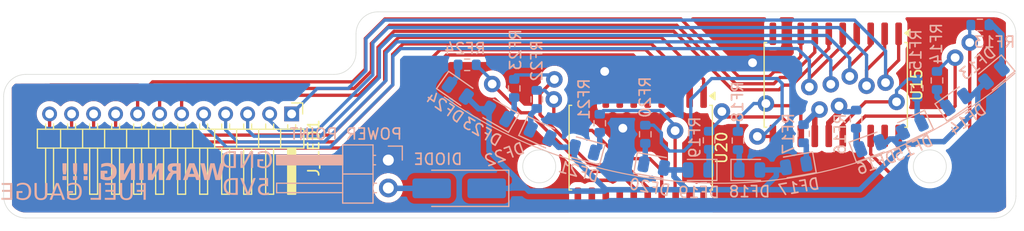
<source format=kicad_pcb>
(kicad_pcb (version 20241229) (generator "pcbnew") (generator_version "9.0")
  (layers (0 "F.Cu" signal) (2 "B.Cu" signal) (13 "F.Paste" user) (15 "B.Paste" user) (5 "F.SilkS" user "F.Silkscreen") (7 "B.SilkS" user "B.Silkscreen") (1 "F.Mask" user) (3 "B.Mask" user) (25 "Edge.Cuts" user))
  (net 0 "")
  (net 1 "GND")
  (net 2 "+5VD")
  (net 3 "Net-(DF13-K)")
  (net 4 "Net-(DF14-K)")
  (net 5 "Net-(DF15-K)")
  (net 6 "Net-(DF16-K)")
  (net 7 "Net-(DF17-K)")
  (net 8 "Net-(DF18-K)")
  (net 9 "Net-(DF19-K)")
  (net 10 "Net-(DF20-K)")
  (net 11 "Net-(DF21-K)")
  (net 12 "Net-(DF22-K)")
  (net 13 "Net-(DF23-K)")
  (net 14 "Net-(DF24-K)")
  (net 15 "Net-(U15-O1)")
  (net 16 "Net-(U15-O2)")
  (net 17 "Net-(U15-O3)")
  (net 18 "Net-(U15-O4)")
  (net 19 "Net-(U15-O5)")
  (net 20 "Net-(U15-O6)")
  (net 21 "Net-(U15-O7)")
  (net 22 "Net-(U15-O8)")
  (net 23 "Net-(U20-O1)")
  (net 24 "Net-(U20-O2)")
  (net 25 "Net-(U20-O3)")
  (net 26 "Net-(U20-O4)")
  (net 37 "Net-(J_LED1-Pin_3)")
  (net 38 "Net-(J_LED1-Pin_1)")
  (net 39 "Net-(J_LED1-Pin_4)")
  (net 40 "Net-(J_LED1-Pin_8)")
  (net 41 "Net-(J_LED1-Pin_6)")
  (net 42 "Net-(J_LED1-Pin_5)")
  (net 43 "Net-(J_LED1-Pin_10)")
  (net 44 "Net-(J_LED1-Pin_7)")
  (net 45 "Net-(J_LED1-Pin_11)")
  (net 46 "Net-(J_LED1-Pin_12)")
  (net 47 "Net-(J_LED1-Pin_2)")
  (net 48 "Net-(J_LED1-Pin_9)")
  (net 49 "+5VD_S")
  (footprint "Package_SO:SOIC-20W_7.5x12.8mm_P1.27mm" (layer "F.Cu") (at 261.925 155.4 -90)
    (property "Reference" "U20" (at 0 -7.350001 90) (layer "F.SilkS"))
    (property "Value" "ULN2803A")
    (pad "1" smd roundrect (at -4.649998 -5.714997 270) (size 2.05 0.6) (layers "F.Cu" "F.Mask" "F.Paste") (net 48 "Net-(J_LED1-Pin_9)"))
    (pad "2" smd roundrect (at -4.649999 -4.444993 270) (size 2.05 0.6) (layers "F.Cu" "F.Mask" "F.Paste") (net 43 "Net-(J_LED1-Pin_10)"))
    (pad "3" smd roundrect (at -4.649999 -3.174999 270) (size 2.05 0.6) (layers "F.Cu" "F.Mask" "F.Paste") (net 45 "Net-(J_LED1-Pin_11)"))
    (pad "4" smd roundrect (at -4.650002 -1.904997 270) (size 2.05 0.6) (layers "F.Cu" "F.Mask" "F.Paste") (net 46 "Net-(J_LED1-Pin_12)"))
    (pad "5" smd roundrect (at -4.65 -0.634998 270) (size 2.05 0.6) (layers "F.Cu" "F.Mask" "F.Paste"))
    (pad "6" smd roundrect (at -4.649994 0.635 270) (size 2.05 0.6) (layers "F.Cu" "F.Mask" "F.Paste"))
    (pad "7" smd roundrect (at -4.649996 1.905001 270) (size 2.05 0.6) (layers "F.Cu" "F.Mask" "F.Paste"))
    (pad "8" smd roundrect (at -4.649999 3.175 270) (size 2.05 0.6) (layers "F.Cu" "F.Mask" "F.Paste"))
    (pad "9" smd roundrect (at -4.649999 4.444997 270) (size 2.05 0.6) (layers "F.Cu" "F.Mask" "F.Paste") (net 1 "GND"))
    (pad "10" smd roundrect (at -4.650008 5.714996 270) (size 2.05 0.6) (layers "F.Cu" "F.Mask" "F.Paste"))
    (pad "11" smd roundrect (at 4.649998 5.714997 270) (size 2.05 0.6) (layers "F.Cu" "F.Mask" "F.Paste"))
    (pad "12" smd roundrect (at 4.649999 4.444993 270) (size 2.05 0.6) (layers "F.Cu" "F.Mask" "F.Paste"))
    (pad "13" smd roundrect (at 4.649999 3.174999 270) (size 2.05 0.6) (layers "F.Cu" "F.Mask" "F.Paste"))
    (pad "14" smd roundrect (at 4.650002 1.904997 270) (size 2.05 0.6) (layers "F.Cu" "F.Mask" "F.Paste"))
    (pad "15" smd roundrect (at 4.65 0.634998 270) (size 2.05 0.6) (layers "F.Cu" "F.Mask" "F.Paste") (net 26 "Net-(U20-O4)"))
    (pad "16" smd roundrect (at 4.649994 -0.635 270) (size 2.05 0.6) (layers "F.Cu" "F.Mask" "F.Paste") (net 25 "Net-(U20-O3)"))
    (pad "17" smd roundrect (at 4.649996 -1.905001 270) (size 2.05 0.6) (layers "F.Cu" "F.Mask" "F.Paste") (net 24 "Net-(U20-O2)"))
    (pad "18" smd roundrect (at 4.649999 -3.175 270) (size 2.05 0.6) (layers "F.Cu" "F.Mask" "F.Paste") (net 23 "Net-(U20-O1)"))
    (pad "19" smd roundrect (at 4.649999 -4.444997 270) (size 2.05 0.6) (layers "F.Cu" "F.Mask" "F.Paste"))
    (pad "20" smd roundrect (at 4.650008 -5.714996 270) (size 2.05 0.6) (layers "F.Cu" "F.Mask" "F.Paste"))
  )
  (footprint "Package_SO:SOIC-20W_7.5x12.8mm_P1.27mm" (layer "F.Cu") (at 279.65 149.675 -90)
    (property "Reference" "U15" (at 0 -7.350001 90) (layer "F.SilkS"))
    (property "Value" "ULN2803A")
    (pad "1" smd roundrect (at -4.650002 -5.714997 270) (size 2.05 0.6) (layers "F.Cu" "F.Mask" "F.Paste") (net 38 "Net-(J_LED1-Pin_1)"))
    (pad "2" smd roundrect (at -4.65 -4.445 270) (size 2.05 0.6) (layers "F.Cu" "F.Mask" "F.Paste") (net 47 "Net-(J_LED1-Pin_2)"))
    (pad "3" smd roundrect (at -4.650001 -3.175 270) (size 2.05 0.6) (layers "F.Cu" "F.Mask" "F.Paste") (net 37 "Net-(J_LED1-Pin_3)"))
    (pad "4" smd roundrect (at -4.649994 -1.905 270) (size 2.05 0.6) (layers "F.Cu" "F.Mask" "F.Paste") (net 39 "Net-(J_LED1-Pin_4)"))
    (pad "5" smd roundrect (at -4.65001 -0.634996 270) (size 2.05 0.6) (layers "F.Cu" "F.Mask" "F.Paste") (net 42 "Net-(J_LED1-Pin_5)"))
    (pad "6" smd roundrect (at -4.649996 0.634998 270) (size 2.05 0.6) (layers "F.Cu" "F.Mask" "F.Paste") (net 41 "Net-(J_LED1-Pin_6)"))
    (pad "7" smd roundrect (at -4.649998 1.904995 270) (size 2.05 0.6) (layers "F.Cu" "F.Mask" "F.Paste") (net 44 "Net-(J_LED1-Pin_7)"))
    (pad "8" smd roundrect (at -4.650002 3.175008 270) (size 2.05 0.6) (layers "F.Cu" "F.Mask" "F.Paste") (net 40 "Net-(J_LED1-Pin_8)"))
    (pad "9" smd roundrect (at -4.649998 4.444992 270) (size 2.05 0.6) (layers "F.Cu" "F.Mask" "F.Paste") (net 1 "GND"))
    (pad "10" smd roundrect (at -4.649995 5.714997 270) (size 2.05 0.6) (layers "F.Cu" "F.Mask" "F.Paste"))
    (pad "11" smd roundrect (at 4.650002 5.714997 270) (size 2.05 0.6) (layers "F.Cu" "F.Mask" "F.Paste") (net 22 "Net-(U15-O8)"))
    (pad "12" smd roundrect (at 4.65 4.445 270) (size 2.05 0.6) (layers "F.Cu" "F.Mask" "F.Paste") (net 21 "Net-(U15-O7)"))
    (pad "13" smd roundrect (at 4.650001 3.175 270) (size 2.05 0.6) (layers "F.Cu" "F.Mask" "F.Paste") (net 20 "Net-(U15-O6)"))
    (pad "14" smd roundrect (at 4.649994 1.905 270) (size 2.05 0.6) (layers "F.Cu" "F.Mask" "F.Paste") (net 19 "Net-(U15-O5)"))
    (pad "15" smd roundrect (at 4.65001 0.634996 270) (size 2.05 0.6) (layers "F.Cu" "F.Mask" "F.Paste") (net 18 "Net-(U15-O4)"))
    (pad "16" smd roundrect (at 4.649996 -0.634998 270) (size 2.05 0.6) (layers "F.Cu" "F.Mask" "F.Paste") (net 17 "Net-(U15-O3)"))
    (pad "17" smd roundrect (at 4.649998 -1.904995 270) (size 2.05 0.6) (layers "F.Cu" "F.Mask" "F.Paste") (net 16 "Net-(U15-O2)"))
    (pad "18" smd roundrect (at 4.650002 -3.175008 270) (size 2.05 0.6) (layers "F.Cu" "F.Mask" "F.Paste") (net 15 "Net-(U15-O1)"))
    (pad "19" smd roundrect (at 4.649998 -4.444992 270) (size 2.05 0.6) (layers "F.Cu" "F.Mask" "F.Paste"))
    (pad "20" smd roundrect (at 4.649995 -5.714997 270) (size 2.05 0.6) (layers "F.Cu" "F.Mask" "F.Paste"))
  )
  (footprint "Connector_PinHeader_2.00mm:PinHeader_1x12_P2.00mm_Horizontal" (layer "F.Cu") (at 230.199998 152.325007 -90)
    (property "Reference" "J_LED1" (at 3.100006 -1.999991 90) (layer "F.SilkS"))
    (property "Value" "Conn_01x12")
    (pad "1" thru_hole rect (at 0 0 270) (size 1.35 1.35) (drill 0.8) (layers "*.Cu" "*.Mask") (net 38 "Net-(J_LED1-Pin_1)"))
    (pad "2" thru_hole circle (at 0 2 270) (size 1.35 1.35) (drill 0.8) (layers "*.Cu" "*.Mask") (net 47 "Net-(J_LED1-Pin_2)"))
    (pad "3" thru_hole circle (at -0.000001 4 270) (size 1.35 1.35) (drill 0.8) (layers "*.Cu" "*.Mask") (net 37 "Net-(J_LED1-Pin_3)"))
    (pad "4" thru_hole circle (at -0.000002 6 270) (size 1.35 1.35) (drill 0.8) (layers "*.Cu" "*.Mask") (net 39 "Net-(J_LED1-Pin_4)"))
    (pad "5" thru_hole circle (at 0.000001 8.000005 270) (size 1.35 1.35) (drill 0.8) (layers "*.Cu" "*.Mask") (net 42 "Net-(J_LED1-Pin_5)"))
    (pad "6" thru_hole circle (at 0.000007 9.999999 270) (size 1.35 1.35) (drill 0.8) (layers "*.Cu" "*.Mask") (net 41 "Net-(J_LED1-Pin_6)"))
    (pad "7" thru_hole circle (at 0.000005 11.999998 270) (size 1.35 1.35) (drill 0.8) (layers "*.Cu" "*.Mask") (net 44 "Net-(J_LED1-Pin_7)"))
    (pad "8" thru_hole circle (at 0 13.999992 270) (size 1.35 1.35) (drill 0.8) (layers "*.Cu" "*.Mask") (net 40 "Net-(J_LED1-Pin_8)"))
    (pad "9" thru_hole circle (at -0.000001 16.000001 270) (size 1.35 1.35) (drill 0.8) (layers "*.Cu" "*.Mask") (net 48 "Net-(J_LED1-Pin_9)"))
    (pad "10" thru_hole circle (at 0 18 270) (size 1.35 1.35) (drill 0.8) (layers "*.Cu" "*.Mask") (net 43 "Net-(J_LED1-Pin_10)"))
    (pad "11" thru_hole circle (at 0 20 270) (size 1.35 1.35) (drill 0.8) (layers "*.Cu" "*.Mask") (net 45 "Net-(J_LED1-Pin_11)"))
    (pad "12" thru_hole circle (at 0.000001 21.999999 270) (size 1.35 1.35) (drill 0.8) (layers "*.Cu" "*.Mask") (net 46 "Net-(J_LED1-Pin_12)"))
  )
  (footprint "Diode_SMD:D_SMA_Handsoldering" (layer "B.Cu") (at 245.425 159.1 180)
    (property "Reference" "DIODE" (at 1.925 2.65 0) (layer "B.SilkS") (effects (justify mirror)))
    (property "Value" "1N4007")
    (pad "1" smd roundrect (at -2.499999 0.000002 180) (size 3.5 1.8) (layers "B.Cu" "B.Mask" "B.Paste") (roundrect_rratio 0.1388888889) (net 2 "+5VD"))
    (pad "2" smd roundrect (at 2.499999 -0.000002 180) (size 3.5 1.8) (layers "B.Cu" "B.Mask" "B.Paste") (roundrect_rratio 0.1388888889) (net 49 "+5VD_S"))
  )
  (footprint "LED_SMD:LED_0805_2012Metric" (layer "B.Cu") (at 245.3 150.2 -35)
    (property "Reference" "DF24" (at -0.0878 1.923159 145) (layer "B.SilkS") (effects (justify mirror)))
    (property "Value" "LED")
    (pad "1" smd roundrect (at -0.937501 -0.000001 325) (size 0.975 1.4) (layers "B.Cu" "B.Mask" "B.Paste") (net 14 "Net-(DF24-K)"))
    (pad "2" smd roundrect (at 0.937501 0.000001 325) (size 0.975 1.4) (layers "B.Cu" "B.Mask" "B.Paste") (net 2 "+5VD"))
  )
  (footprint "Resistor_SMD:R_0603_1608Metric" (layer "B.Cu") (at 276.725 154.125 -90)
    (property "Reference" "RF17" (at 0 1.375 90) (layer "B.SilkS") (effects (justify mirror)))
    (property "Value" "330")
    (pad "1" smd roundrect (at -0.825 -0.000001 270) (size 0.8 0.95) (layers "B.Cu" "B.Mask" "B.Paste") (net 19 "Net-(U15-O5)"))
    (pad "2" smd roundrect (at 0.825 0.000001 270) (size 0.8 0.95) (layers "B.Cu" "B.Mask" "B.Paste") (net 7 "Net-(DF17-K)"))
  )
  (footprint "LED_SMD:LED_0805_2012Metric" (layer "B.Cu") (at 252.775 154.125 -25)
    (property "Reference" "DF22" (at -2.119868 3.084929 20) (layer "B.SilkS") (effects (justify mirror)))
    (property "Value" "LED")
    (pad "1" smd roundrect (at -0.937501 -0.000001 335) (size 0.975 1.4) (layers "B.Cu" "B.Mask" "B.Paste") (net 12 "Net-(DF22-K)"))
    (pad "2" smd roundrect (at 0.937501 0.000001 335) (size 0.975 1.4) (layers "B.Cu" "B.Mask" "B.Paste") (net 2 "+5VD"))
  )
  (footprint "Resistor_SMD:R_0603_1608Metric" (layer "B.Cu") (at 268.1375 154.725 -90)
    (property "Reference" "RF19" (at -0.275 1.3 90) (layer "B.SilkS") (effects (justify mirror)))
    (property "Value" "330")
    (pad "1" smd roundrect (at -0.825 -0.000001 270) (size 0.8 0.95) (layers "B.Cu" "B.Mask" "B.Paste") (net 21 "Net-(U15-O7)"))
    (pad "2" smd roundrect (at 0.825 0.000001 270) (size 0.8 0.95) (layers "B.Cu" "B.Mask" "B.Paste") (net 9 "Net-(DF19-K)"))
  )
  (footprint "Resistor_SMD:R_0603_1608Metric" (layer "B.Cu") (at 252.475 151 -90)
    (property "Reference" "RF22" (at -3.525 0 90) (layer "B.SilkS") (effects (justify mirror)))
    (property "Value" "330")
    (pad "1" smd roundrect (at -0.825 -0.000001 270) (size 0.8 0.95) (layers "B.Cu" "B.Mask" "B.Paste") (net 24 "Net-(U20-O2)"))
    (pad "2" smd roundrect (at 0.825 0.000001 270) (size 0.8 0.95) (layers "B.Cu" "B.Mask" "B.Paste") (net 12 "Net-(DF22-K)"))
  )
  (footprint "LED_SMD:LED_0805_2012Metric" (layer "B.Cu") (at 294.025 148.775 -140)
    (property "Reference" "DF13" (at 0.454989 1.752458 40) (layer "B.SilkS") (effects (justify mirror)))
    (property "Value" "LED")
    (pad "1" smd roundrect (at -0.9375 -0.000002 220) (size 0.975 1.4) (layers "B.Cu" "B.Mask" "B.Paste") (net 3 "Net-(DF13-K)"))
    (pad "2" smd roundrect (at 0.9375 0.000002 220) (size 0.975 1.4) (layers "B.Cu" "B.Mask" "B.Paste") (net 2 "+5VD"))
  )
  (footprint "Resistor_SMD:R_0603_1608Metric" (layer "B.Cu") (at 262.3375 154.175 -90)
    (property "Reference" "RF20" (at -3.375 0.0125 90) (layer "B.SilkS") (effects (justify mirror)))
    (property "Value" "330")
    (pad "1" smd roundrect (at -0.825 -0.000001 270) (size 0.8 0.95) (layers "B.Cu" "B.Mask" "B.Paste") (net 22 "Net-(U15-O8)"))
    (pad "2" smd roundrect (at 0.825 0.000001 270) (size 0.8 0.95) (layers "B.Cu" "B.Mask" "B.Paste") (net 10 "Net-(DF20-K)"))
  )
  (footprint "LED_SMD:LED_0805_2012Metric" (layer "B.Cu") (at 248.925 152.325 150)
    (property "Reference" "DF23" (at 0.421586 -2.119791 150) (layer "B.SilkS") (effects (justify mirror)))
    (property "Value" "LED")
    (pad "1" smd roundrect (at -0.9375 -0.000004 150) (size 0.975 1.4) (layers "B.Cu" "B.Mask" "B.Paste") (net 13 "Net-(DF23-K)"))
    (pad "2" smd roundrect (at 0.9375 0.000004 150) (size 0.975 1.4) (layers "B.Cu" "B.Mask" "B.Paste") (net 2 "+5VD"))
  )
  (footprint "Resistor_SMD:R_0603_1608Metric" (layer "B.Cu") (at 287.05 149.975 -90)
    (property "Reference" "RF15" (at -3.475 0.125 90) (layer "B.SilkS") (effects (justify mirror)))
    (property "Value" "330")
    (pad "1" smd roundrect (at -0.825 -0.000001 270) (size 0.8 0.95) (layers "B.Cu" "B.Mask" "B.Paste") (net 17 "Net-(U15-O3)"))
    (pad "2" smd roundrect (at 0.825 0.000001 270) (size 0.8 0.95) (layers "B.Cu" "B.Mask" "B.Paste") (net 5 "Net-(DF15-K)"))
  )
  (footprint "LED_SMD:LED_0805_2012Metric" (layer "B.Cu") (at 267.1625 157.425 180)
    (property "Reference" "DF19" (at -0.05 -2.05 0) (layer "B.SilkS") (effects (justify mirror)))
    (property "Value" "LED")
    (pad "1" smd roundrect (at -0.9375 -0.000003 180) (size 0.975 1.4) (layers "B.Cu" "B.Mask" "B.Paste") (net 9 "Net-(DF19-K)"))
    (pad "2" smd roundrect (at 0.9375 0.000003 180) (size 0.975 1.4) (layers "B.Cu" "B.Mask" "B.Paste") (net 2 "+5VD"))
  )
  (footprint "Resistor_SMD:R_0603_1608Metric" (layer "B.Cu") (at 292.75 144.225)
    (property "Reference" "RF13" (at 1.325 1.55 0) (layer "B.SilkS") (effects (justify mirror)))
    (property "Value" "330")
    (pad "1" smd roundrect (at -0.825002 0.000001) (size 0.8 0.95) (layers "B.Cu" "B.Mask" "B.Paste") (net 15 "Net-(U15-O1)"))
    (pad "2" smd roundrect (at 0.825002 -0.000001) (size 0.8 0.95) (layers "B.Cu" "B.Mask" "B.Paste") (net 3 "Net-(DF13-K)"))
  )
  (footprint "LED_SMD:LED_0805_2012Metric" (layer "B.Cu") (at 290.6 151.225 35)
    (property "Reference" "DF14" (at -0.078091 1.898559 35) (layer "B.SilkS") (effects (justify mirror)))
    (property "Value" "LED")
    (pad "1" smd roundrect (at -0.937498 -0.000005 35) (size 0.975 1.4) (layers "B.Cu" "B.Mask" "B.Paste") (net 4 "Net-(DF14-K)"))
    (pad "2" smd roundrect (at 0.937498 0.000005 35) (size 0.975 1.4) (layers "B.Cu" "B.Mask" "B.Paste") (net 2 "+5VD"))
  )
  (footprint "Resistor_SMD:R_0603_1608Metric" (layer "B.Cu") (at 288.85 149.275 -90)
    (property "Reference" "RF14" (at -3.35 0.05 90) (layer "B.SilkS") (effects (justify mirror)))
    (property "Value" "330")
    (pad "1" smd roundrect (at -0.825 -0.000001 270) (size 0.8 0.95) (layers "B.Cu" "B.Mask" "B.Paste") (net 16 "Net-(U15-O2)"))
    (pad "2" smd roundrect (at 0.825 0.000001 270) (size 0.8 0.95) (layers "B.Cu" "B.Mask" "B.Paste") (net 4 "Net-(DF14-K)"))
  )
  (footprint "Resistor_SMD:R_0603_1608Metric" (layer "B.Cu") (at 270.7625 154.75 -90)
    (property "Reference" "RF18" (at -3.525 0.0375 90) (layer "B.SilkS") (effects (justify mirror)))
    (property "Value" "330")
    (pad "1" smd roundrect (at -0.825 -0.000001 270) (size 0.8 0.95) (layers "B.Cu" "B.Mask" "B.Paste") (net 20 "Net-(U15-O6)"))
    (pad "2" smd roundrect (at 0.825 0.000001 270) (size 0.8 0.95) (layers "B.Cu" "B.Mask" "B.Paste") (net 8 "Net-(DF18-K)"))
  )
  (footprint "LED_SMD:LED_0805_2012Metric" (layer "B.Cu") (at 276.05 157.025 -170)
    (property "Reference" "DF17" (at 0.092412 -1.963787 10) (layer "B.SilkS") (effects (justify mirror)))
    (property "Value" "LED")
    (pad "1" smd roundrect (at -0.9375 -0.000002 190) (size 0.975 1.4) (layers "B.Cu" "B.Mask" "B.Paste") (net 7 "Net-(DF17-K)"))
    (pad "2" smd roundrect (at 0.9375 0.000002 190) (size 0.975 1.4) (layers "B.Cu" "B.Mask" "B.Paste") (net 2 "+5VD"))
  )
  (footprint "Resistor_SMD:R_0603_1608Metric" (layer "B.Cu") (at 246.15 147.85 180)
    (property "Reference" "RF24" (at 0.2 1.475 0) (layer "B.SilkS") (effects (justify mirror)))
    (property "Value" "330")
    (pad "1" smd roundrect (at -0.824998 0 180) (size 0.8 0.95) (layers "B.Cu" "B.Mask" "B.Paste") (net 26 "Net-(U20-O4)"))
    (pad "2" smd roundrect (at 0.824998 0 180) (size 0.8 0.95) (layers "B.Cu" "B.Mask" "B.Paste") (net 14 "Net-(DF24-K)"))
  )
  (footprint "Resistor_SMD:R_0603_1608Metric" (layer "B.Cu") (at 258.2 153.175 -90)
    (property "Reference" "RF21" (at -2.2 1.425 90) (layer "B.SilkS") (effects (justify mirror)))
    (property "Value" "330")
    (pad "1" smd roundrect (at -0.825 -0.000001 270) (size 0.8 0.95) (layers "B.Cu" "B.Mask" "B.Paste") (net 23 "Net-(U20-O1)"))
    (pad "2" smd roundrect (at 0.825 0.000001 270) (size 0.8 0.95) (layers "B.Cu" "B.Mask" "B.Paste") (net 11 "Net-(DF21-K)"))
  )
  (footprint "LED_SMD:LED_0805_2012Metric" (layer "B.Cu") (at 271.8125 157.425)
    (property "Reference" "DF18" (at -0.000003 1.975 0) (layer "B.SilkS") (effects (justify mirror)))
    (property "Value" "LED")
    (pad "1" smd roundrect (at -0.937497 -0.000004) (size 0.975 1.4) (layers "B.Cu" "B.Mask" "B.Paste") (net 8 "Net-(DF18-K)"))
    (pad "2" smd roundrect (at 0.937497 0.000004) (size 0.975 1.4) (layers "B.Cu" "B.Mask" "B.Paste") (net 2 "+5VD"))
  )
  (footprint "Resistor_SMD:R_0603_1608Metric" (layer "B.Cu") (at 281.5 152.8 -90)
    (property "Reference" "RF16" (at 1.35 1.45 90) (layer "B.SilkS") (effects (justify mirror)))
    (property "Value" "330")
    (pad "1" smd roundrect (at -0.825 -0.000001 270) (size 0.8 0.95) (layers "B.Cu" "B.Mask" "B.Paste") (net 18 "Net-(U15-O4)"))
    (pad "2" smd roundrect (at 0.825 0.000001 270) (size 0.8 0.95) (layers "B.Cu" "B.Mask" "B.Paste") (net 6 "Net-(DF16-K)"))
  )
  (footprint "LED_SMD:LED_0805_2012Metric" (layer "B.Cu") (at 286.6 153.575 -155)
    (property "Reference" "DF15" (at 0.701778 -1.741589 25) (layer "B.SilkS") (effects (justify mirror)))
    (property "Value" "LED")
    (pad "1" smd roundrect (at -0.937501 -0.000002 205) (size 0.975 1.4) (layers "B.Cu" "B.Mask" "B.Paste") (net 5 "Net-(DF15-K)"))
    (pad "2" smd roundrect (at 0.937501 0.000002 205) (size 0.975 1.4) (layers "B.Cu" "B.Mask" "B.Paste") (net 2 "+5VD"))
  )
  (footprint "Resistor_SMD:R_0603_1608Metric" (layer "B.Cu") (at 250.425 150 -90)
    (property "Reference" "RF23" (at -3.525 -0.125 90) (layer "B.SilkS") (effects (justify mirror)))
    (property "Value" "330")
    (pad "1" smd roundrect (at -0.825 -0.000001 270) (size 0.8 0.95) (layers "B.Cu" "B.Mask" "B.Paste") (net 25 "Net-(U20-O3)"))
    (pad "2" smd roundrect (at 0.825 0.000001 270) (size 0.8 0.95) (layers "B.Cu" "B.Mask" "B.Paste") (net 13 "Net-(DF23-K)"))
  )
  (footprint "Connector_PinHeader_2.54mm:PinHeader_1x02_P2.54mm_Horizontal" (layer "B.Cu") (at 238.985002 156.524998 180)
    (property "Reference" "POWER POINT" (at 3.85 2.375 180) (layer "B.SilkS") (effects (justify mirror)))
    (property "Value" "PinHeader_1x02_P2.54mm_Horizontal")
    (pad "1" thru_hole rect (at 0 0 180) (size 1.7 1.7) (drill 1) (layers "*.Cu" "*.Mask") (net 1 "GND"))
    (pad "2" thru_hole circle (at 0 -2.540001 180) (size 1.7 1.7) (drill 1) (layers "*.Cu" "*.Mask") (net 49 "+5VD_S"))
  )
  (footprint "LED_SMD:LED_0805_2012Metric" (layer "B.Cu") (at 282.775 155.225 20)
    (property "Reference" "DF16" (at -0.000002 1.649999 20) (layer "B.SilkS") (effects (justify mirror)))
    (property "Value" "LED")
    (pad "1" smd roundrect (at -0.937498 -0.000004 20) (size 0.975 1.4) (layers "B.Cu" "B.Mask" "B.Paste") (net 6 "Net-(DF16-K)"))
    (pad "2" smd roundrect (at 0.937498 0.000004 20) (size 0.975 1.4) (layers "B.Cu" "B.Mask" "B.Paste") (net 2 "+5VD"))
  )
  (footprint "LED_SMD:LED_0805_2012Metric" (layer "B.Cu") (at 263.1125 157.075 -10)
    (property "Reference" "DF20" (at -0.03503 1.960873 170) (layer "B.SilkS") (effects (justify mirror)))
    (property "Value" "LED")
    (pad "1" smd roundrect (at -0.937501 -0.000001 350) (size 0.975 1.4) (layers "B.Cu" "B.Mask" "B.Paste") (net 10 "Net-(DF20-K)"))
    (pad "2" smd roundrect (at 0.937501 0.000001 350) (size 0.975 1.4) (layers "B.Cu" "B.Mask" "B.Paste") (net 2 "+5VD"))
  )
  (footprint "LED_SMD:LED_0805_2012Metric" (layer "B.Cu") (at 256.8 155.6 165)
    (property "Reference" "DF21" (at -0.028205 -2.037113 165) (layer "B.SilkS") (effects (justify mirror)))
    (property "Value" "LED")
    (pad "1" smd roundrect (at -0.9375 -0.000003 165) (size 0.975 1.4) (layers "B.Cu" "B.Mask" "B.Paste") (net 11 "Net-(DF21-K)"))
    (pad "2" smd roundrect (at 0.9375 0.000003 165) (size 0.975 1.4) (layers "B.Cu" "B.Mask" "B.Paste") (net 2 "+5VD"))
  )
  (gr_curve (pts (xy 295.925 148.625) (xy 279.575 162.975) (xy 257.25 160.25) (xy 244.074999 150.784859)) (stroke (width 0.1)) (layer "B.SilkS"))
  (gr_line (start 204.025 150.725) (end 204.025 159.8) (stroke (width 0.05)) (layer "Edge.Cuts"))
  (gr_arc (start 296.025 159.8) (mid 295.439214 161.214214) (end 294.025 161.8) (stroke (width 0.05)) (layer "Edge.Cuts"))
  (gr_circle (center 288.199924 157.1) (end 286.699924 157.1) (stroke (width 0.05)) (fill no) (layer "Edge.Cuts"))
  (gr_line (start 294.025 143.025) (end 238.05 143.025) (stroke (width 0.05)) (layer "Edge.Cuts"))
  (gr_line (start 296.025 159.8) (end 296.025 145.025) (stroke (width 0.05)) (layer "Edge.Cuts"))
  (gr_line (start 236.05 145.025) (end 236.05 146.725) (stroke (width 0.05)) (layer "Edge.Cuts"))
  (gr_circle (center 252.699924 157.1) (end 251.199924 157.1) (stroke (width 0.05)) (fill no) (layer "Edge.Cuts"))
  (gr_arc (start 206.025 161.8) (mid 204.610786 161.214214) (end 204.025 159.8) (stroke (width 0.05)) (layer "Edge.Cuts"))
  (gr_arc (start 236.05 146.725) (mid 235.464214 148.139214) (end 234.05 148.725) (stroke (width 0.05)) (layer "Edge.Cuts"))
  (gr_arc (start 294.025 143.025) (mid 295.439214 143.610786) (end 296.025 145.025) (stroke (width 0.05)) (layer "Edge.Cuts"))
  (gr_line (start 234.05 148.725) (end 206.025 148.725) (stroke (width 0.05)) (layer "Edge.Cuts"))
  (gr_arc (start 204.025 150.725) (mid 204.610786 149.310786) (end 206.025 148.725) (stroke (width 0.05)) (layer "Edge.Cuts"))
  (gr_line (start 206.025 161.8) (end 294.025 161.8) (stroke (width 0.05)) (layer "Edge.Cuts"))
  (gr_arc (start 236.05 145.025) (mid 236.635786 143.610786) (end 238.05 143.025) (stroke (width 0.05)) (layer "Edge.Cuts"))
  (gr_text "WARNING !!!" (at 224.160002 158.599998 0) (layer "B.SilkS") (effects (font (size 1.5 1.5) (thickness 0.3) (bold yes)) (justify left bottom mirror)))
  (gr_text "FUEL GAUGE" (at 217.15 160.4 0) (layer "B.SilkS") (effects (font (size 1.5 1.5) (thickness 0.1)) (justify left bottom mirror)))
  (gr_text "5VD" (at 228.285002 159.949998 0) (layer "B.SilkS") (effects (font (size 1.5 1.5) (thickness 0.1)) (justify left bottom mirror)))
  (gr_text "GND" (at 228.535002 157.499998 0) (layer "B.SilkS") (effects (font (size 1.5 1.5) (thickness 0.1)) (justify left bottom mirror)))
  (segment (start 275.205008 145.944992) (end 275.205008 145.025002) (width 0.3) (layer "F.Cu") (net 1))
  (segment (start 257.480003 151.775) (end 259.330003 153.625) (width 0.5) (layer "F.Cu") (net 1))
  (segment (start 272.0875 147.6625) (end 272.225 147.525) (width 0.3) (layer "F.Cu") (net 1))
  (segment (start 259.330003 153.625) (end 260.3 153.625) (width 0.5) (layer "F.Cu") (net 1))
  (segment (start 274.175 147.525) (end 274.475 147.225) (width 0.3) (layer "F.Cu") (net 1))
  (segment (start 272.225 147.525) (end 274.175 147.525) (width 0.3) (layer "F.Cu") (net 1))
  (segment (start 274.475 146.675) (end 275.205008 145.944992) (width 0.3) (layer "F.Cu") (net 1))
  (segment (start 274.475 147.225) (end 274.475 146.675) (width 0.3) (layer "F.Cu") (net 1))
  (segment (start 260.3 153.625) (end 260.35 153.625) (width 0.5) (layer "F.Cu") (net 1))
  (segment (start 257.480003 150.750001) (end 257.480003 151.775) (width 0.5) (layer "F.Cu") (net 1))
  (via (at 272.0875 147.6625) (size 1.5) (drill 0.8) (layers "F.Cu" "B.Cu") (net 1))
  (via (at 258.65 148.45) (size 1.5) (drill 0.8) (layers "F.Cu" "B.Cu") (net 1))
  (via (at 260.3 153.625) (size 1.5) (drill 0.8) (layers "F.Cu" "B.Cu") (net 1))
  (segment (start 250.075 159.065001) (end 250.325 159.065001) (width 0.5) (layer "B.Cu") (net 2))
  (segment (start 284.270639 154.904361) (end 283.655961 154.904361) (width 0.5) (layer "B.Cu") (net 2))
  (segment (start 272.587497 157.425004) (end 274.25 157.425004) (width 0.5) (layer "B.Cu") (net 2))
  (segment (start 289.476 154.849) (end 287.101 154.849) (width 0.5) (layer "B.Cu") (net 2))
  (segment (start 258.762398 159.225) (end 266.15 159.225) (width 0.5) (layer "B.Cu") (net 2))
  (segment (start 286 155.075) (end 281.85 159.225) (width 0.5) (layer "B.Cu") (net 2))
  (segment (start 250.495001 158.895001) (end 250.325 159.065001) (width 0.5) (layer "B.Cu") (net 2))
  (segment (start 285.3 155.075) (end 284.8375 154.6125) (width 0.5) (layer "B.Cu") (net 2))
  (segment (start 254.460812 155.357354) (end 253.624664 154.521206) (width 0.5) (layer "B.Cu") (net 2))
  (segment (start 250.470765 158.65) (end 250.470765 158.669236) (width 0.5) (layer "B.Cu") (net 2))
  (segment (start 250.470765 158.870765) (end 250.470765 158.65) (width 0.5) (layer "B.Cu") (net 2))
  (segment (start 281.85 159.225) (end 273 159.225) (width 0.5) (layer "B.Cu") (net 2))
  (segment (start 264.95 158.025) (end 264.95 157.424997) (width 0.5) (layer "B.Cu") (net 2))
  (segment (start 250.075 159.065001) (end 250.040003 159.099998) (width 0.5) (layer "B.Cu") (net 2))
  (segment (start 292.567222 150.117222) (end 292.567222 151.757778) (width 0.5) (layer "B.Cu") (net 2))
  (segment (start 250.783265 158.366735) (end 250.783265 158.606736) (width 0.5) (layer "B.Cu") (net 2))
  (segment (start 250.470765 158.669236) (end 250.075 159.065001) (width 0.5) (layer "B.Cu") (net 2))
  (segment (start 266.15 159.225) (end 264.95 158.025) (width 0.5) (layer "B.Cu") (net 2))
  (segment (start 250.470765 158.65) (end 250.470765 158.054235) (width 0.5) (layer "B.Cu") (net 2))
  (segment (start 285.750335 153.971203) (end 285.109038 154.6125) (width 0.5) (layer "B.Cu") (net 2))
  (segment (start 284.5625 154.6125) (end 284.270639 154.904361) (width 0.5) (layer "B.Cu") (net 2))
  (segment (start 258.636398 159.351) (end 258.762398 159.225) (width 0.5) (layer "B.Cu") (net 2))
  (segment (start 274.25 157.425004) (end 274.25 157.975) (width 0.5) (layer "B.Cu") (net 2))
  (segment (start 250.040003 159.099998) (end 247.924999 159.099998) (width 0.5) (layer "B.Cu") (net 2))
  (segment (start 251.48153 159.065001) (end 251.767529 159.351) (width 0.5) (layer "B.Cu") (net 2))
  (segment (start 255.894445 156.357047) (end 258.762398 159.225) (width 0.5) (layer "B.Cu") (net 2))
  (segment (start 264.95 157.424997) (end 263.972959 157.424997) (width 0.5) (layer "B.Cu") (net 2))
  (segment (start 266.225 157.424997) (end 264.95 157.424997) (width 0.5) (layer "B.Cu") (net 2))
  (segment (start 255.894445 155.357354) (end 255.894445 156.357047) (width 0.5) (layer "B.Cu") (net 2))
  (segment (start 274.889531 157.425004) (end 275.126742 157.187793) (width 0.5) (layer "B.Cu") (net 2))
  (segment (start 286 155.075) (end 285.3 155.075) (width 0.5) (layer "B.Cu") (net 2))
  (segment (start 292.567222 151.757778) (end 289.476 154.849) (width 0.5) (layer "B.Cu") (net 2))
  (segment (start 287.101 154.849) (end 286.875 155.075) (width 0.5) (layer "B.Cu") (net 2))
  (segment (start 274.25 157.975) (end 273 159.225) (width 0.5) (layer "B.Cu") (net 2))
  (segment (start 247.186473 151.856247) (end 246.067955 150.737729) (width 0.5) (layer "B.Cu") (net 2))
  (segment (start 251.767529 159.351) (end 258.636398 159.351) (width 0.5) (layer "B.Cu") (net 2))
  (segment (start 273 159.225) (end 266.15 159.225) (width 0.5) (layer "B.Cu") (net 2))
  (segment (start 291.997167 150.687277) (end 292.567222 150.117222) (width 0.5) (layer "B.Cu") (net 2))
  (segment (start 291.367956 150.687277) (end 291.997167 150.687277) (width 0.5) (layer "B.Cu") (net 2))
  (segment (start 250.783265 158.606736) (end 250.495001 158.895001) (width 0.5) (layer "B.Cu") (net 2))
  (segment (start 250.325 159.065001) (end 251.48153 159.065001) (width 0.5) (layer "B.Cu") (net 2))
  (segment (start 248.138103 155.721574) (end 250.470765 158.054235) (width 0.5) (layer "B.Cu") (net 2))
  (segment (start 274.25 157.425004) (end 274.889531 157.425004) (width 0.5) (layer "B.Cu") (net 2))
  (segment (start 250.783265 158.366735) (end 251.767529 159.351) (width 0.5) (layer "B.Cu") (net 2))
  (segment (start 248.113103 151.856247) (end 247.186473 151.856247) (width 0.5) (layer "B.Cu") (net 2))
  (segment (start 255.894445 155.357354) (end 254.460812 155.357354) (width 0.5) (layer "B.Cu") (net 2))
  (segment (start 248.138103 151.756247) (end 248.138103 155.721574) (width 0.5) (layer "B.Cu") (net 2))
  (segment (start 286.875 155.075) (end 286 155.075) (width 0.5) (layer "B.Cu") (net 2))
  (segment (start 285.109038 154.6125) (end 284.8375 154.6125) (width 0.5) (layer "B.Cu") (net 2))
  (segment (start 292.567222 150.117222) (end 293.306832 149.377612) (width 0.5) (layer "B.Cu") (net 2))
  (segment (start 250.495001 158.895001) (end 250.470765 158.870765) (width 0.5) (layer "B.Cu") (net 2))
  (segment (start 284.8375 154.6125) (end 284.5625 154.6125) (width 0.5) (layer "B.Cu") (net 2))
  (segment (start 250.470765 158.054235) (end 250.783265 158.366735) (width 0.5) (layer "B.Cu") (net 2))
  (segment (start 294.743168 148.172388) (end 294.743168 145.068165) (width 0.5) (layer "B.Cu") (net 3))
  (segment (start 294.743168 145.068165) (end 293.575002 143.899999) (width 0.5) (layer "B.Cu") (net 3))
  (segment (start 288.849999 150.780678) (end 289.832044 151.762723) (width 0.5) (layer "B.Cu") (net 4))
  (segment (start 288.849999 150.1) (end 288.849999 150.780678) (width 0.5) (layer "B.Cu") (net 4))
  (segment (start 287.049999 150.8) (end 287.049999 152.779131) (width 0.5) (layer "B.Cu") (net 5))
  (segment (start 287.049999 152.779131) (end 287.449665 153.178797) (width 0.5) (layer "B.Cu") (net 5))
  (segment (start 281.499999 155.151599) (end 281.894039 155.545639) (width 0.5) (layer "B.Cu") (net 6))
  (segment (start 281.499999 153.625) (end 281.499999 155.151599) (width 0.5) (layer "B.Cu") (net 6))
  (segment (start 276.973258 156.862207) (end 276.973258 155.198259) (width 0.5) (layer "B.Cu") (net 7))
  (segment (start 276.973258 155.198259) (end 276.724999 154.95) (width 0.5) (layer "B.Cu") (net 7))
  (segment (start 270.875003 155.687504) (end 270.762499 155.575) (width 0.5) (layer "B.Cu") (net 8))
  (segment (start 270.875003 157.424996) (end 270.875003 155.687504) (width 0.5) (layer "B.Cu") (net 8))
  (segment (start 268.137499 157.387504) (end 268.1 157.425003) (width 0.5) (layer "B.Cu") (net 9))
  (segment (start 268.137499 155.55) (end 268.137499 157.387504) (width 0.5) (layer "B.Cu") (net 9))
  (segment (start 262.337499 156.763947) (end 262.189242 156.912204) (width 0.5) (layer "B.Cu") (net 10))
  (segment (start 262.337499 155) (end 262.337499 156.763947) (width 0.5) (layer "B.Cu") (net 10))
  (segment (start 258.199999 154) (end 258.199999 155.348202) (width 0.5) (layer "B.Cu") (net 11))
  (segment (start 258.199999 155.348202) (end 257.705555 155.842646) (width 0.5) (layer "B.Cu") (net 11))
  (segment (start 251.925336 152.374663) (end 252.474999 151.825) (width 0.5) (layer "B.Cu") (net 12))
  (segment (start 251.925336 153.728794) (end 251.925336 152.374663) (width 0.5) (layer "B.Cu") (net 12))
  (segment (start 250.424999 150.825) (end 250.424999 152.030651) (width 0.5) (layer "B.Cu") (net 13))
  (segment (start 250.424999 152.030651) (end 249.761897 152.693753) (width 0.5) (layer "B.Cu") (net 13))
  (segment (start 245.274999 147.675) (end 245.274999 148.919317) (width 0.5) (layer "B.Cu") (net 14))
  (segment (start 245.274999 148.919317) (end 244.532045 149.662271) (width 0.5) (layer "B.Cu") (net 14))
  (segment (start 291.825 145.825) (end 291.825 156.699) (width 0.3) (layer "F.Cu") (net 15))
  (segment (start 289.173 159.351) (end 291.512 157.012) (width 0.3) (layer "F.Cu") (net 15))
  (segment (start 291.825 156.699) (end 291.512 157.012) (width 0.3) (layer "F.Cu") (net 15))
  (segment (start 286.201 159.351) (end 289.173 159.351) (width 0.3) (layer "F.Cu") (net 15))
  (segment (start 282.825008 155.975008) (end 286.201 159.351) (width 0.3) (layer "F.Cu") (net 15))
  (segment (start 282.825008 154.325002) (end 282.825008 155.975008) (width 0.3) (layer "F.Cu") (net 15))
  (via (at 291.825 145.825) (size 1.5) (drill 0.8) (layers "F.Cu" "B.Cu") (net 15))
  (segment (start 291.825 145.825) (end 291.825 143.999999) (width 0.3) (layer "B.Cu") (net 15))
  (segment (start 281.554995 153.299999) (end 281.554995 154.324998) (width 0.3) (layer "F.Cu") (net 16))
  (segment (start 282.329994 152.525) (end 281.554995 153.299999) (width 0.3) (layer "F.Cu") (net 16))
  (segment (start 289.575 152.525) (end 282.329994 152.525) (width 0.3) (layer "F.Cu") (net 16))
  (segment (start 290.5 151.6) (end 289.575 152.525) (width 0.3) (layer "F.Cu") (net 16))
  (segment (start 290.5 147.2) (end 290.5 151.6) (width 0.3) (layer "F.Cu") (net 16))
  (via (at 290.5 147.2) (size 1.5) (drill 0.8) (layers "F.Cu" "B.Cu") (net 16))
  (segment (start 290.5 147.2) (end 290.100001 147.2) (width 0.3) (layer "B.Cu") (net 16))
  (segment (start 290.100001 147.2) (end 288.850001 148.45) (width 0.3) (layer "B.Cu") (net 16))
  (segment (start 285.175 151.225) (end 282.359996 151.225) (width 0.3) (layer "F.Cu") (net 17))
  (segment (start 280.284998 153.299997) (end 280.284998 154.324996) (width 0.3) (layer "F.Cu") (net 17))
  (segment (start 282.359996 151.225) (end 280.284998 153.299997) (width 0.3) (layer "F.Cu") (net 17))
  (via (at 285.175 151.225) (size 1.5) (drill 0.8) (layers "F.Cu" "B.Cu") (net 17))
  (segment (start 285.175 150.175) (end 285.175 151.225) (width 0.3) (layer "B.Cu") (net 17))
  (segment (start 286.2 149.15) (end 285.175 150.175) (width 0.3) (layer "B.Cu") (net 17))
  (segment (start 287.050001 149.15) (end 286.2 149.15) (width 0.3) (layer "B.Cu") (net 17))
  (segment (start 279.95 152.205008) (end 279.015004 153.140004) (width 0.5) (layer "F.Cu") (net 18))
  (segment (start 279.95 151.6) (end 279.95 152.205008) (width 0.5) (layer "F.Cu") (net 18))
  (segment (start 279.015004 153.140004) (end 279.015004 154.32501) (width 0.5) (layer "F.Cu") (net 18))
  (via (at 279.95 151.6) (size 1.5) (drill 0.8) (layers "F.Cu" "B.Cu") (net 18))
  (segment (start 279.95 151.6) (end 280.475 152.125) (width 0.5) (layer "B.Cu") (net 18))
  (segment (start 280.475 152.125) (end 281.350001 152.125) (width 0.5) (layer "B.Cu") (net 18))
  (segment (start 281.350001 152.125) (end 281.500001 151.975) (width 0.5) (layer "B.Cu") (net 18))
  (segment (start 278.015 151.925) (end 277.745 152.195) (width 0.5) (layer "F.Cu") (net 19))
  (segment (start 278.175 151.925) (end 278.015 151.925) (width 0.5) (layer "F.Cu") (net 19))
  (segment (start 277.745 152.195) (end 277.745 154.324994) (width 0.5) (layer "F.Cu") (net 19))
  (via (at 278.175 151.925) (size 1.5) (drill 0.8) (layers "F.Cu" "B.Cu") (net 19))
  (segment (start 278.175 151.925) (end 278.100001 151.925) (width 0.5) (layer "B.Cu") (net 19))
  (segment (start 278.100001 151.925) (end 276.725001 153.3) (width 0.5) (layer "B.Cu") (net 19))
  (segment (start 273.45 151.375) (end 273.3 151.375) (width 0.3) (layer "F.Cu") (net 20))
  (segment (start 276.475 154.325001) (end 276.475 151.975) (width 0.3) (layer "F.Cu") (net 20))
  (segment (start 273.3 151.375) (end 273.2 151.375) (width 0.3) (layer "F.Cu") (net 20))
  (segment (start 273.65 151.575) (end 273.45 151.375) (width 0.3) (layer "F.Cu") (net 20))
  (segment (start 276.475 151.975) (end 276.075 151.575) (width 0.3) (layer "F.Cu") (net 20))
  (segment (start 276.075 151.575) (end 273.65 151.575) (width 0.3) (layer "F.Cu") (net 20))
  (via (at 273.3 151.375) (size 1.5) (drill 0.8) (layers "F.Cu" "B.Cu") (net 20))
  (segment (start 272.2 151.375) (end 270.762501 152.812499) (width 0.3) (layer "B.Cu") (net 20))
  (segment (start 273.3 151.375) (end 272.2 151.375) (width 0.3) (layer "B.Cu") (net 20))
  (segment (start 270.762501 152.812499) (end 270.762501 153.925) (width 0.3) (layer "B.Cu") (net 20))
  (segment (start 274.7 152.6) (end 275.205 153.105) (width 0.3) (layer "F.Cu") (net 21))
  (segment (start 275.205 153.105) (end 275.205 154.325) (width 0.3) (layer "F.Cu") (net 21))
  (segment (start 274.7 152.6) (end 269.8 152.6) (width 0.3) (layer "F.Cu") (net 21))
  (segment (start 269.8 152.6) (end 269.3 152.1) (width 0.3) (layer "F.Cu") (net 21))
  (via (at 269.3 152.1) (size 1.5) (drill 0.8) (layers "F.Cu" "B.Cu") (net 21))
  (segment (start 269.3 152.1) (end 269.3 152.737501) (width 0.3) (layer "B.Cu") (net 21))
  (segment (start 269.3 152.737501) (end 268.137501 153.9) (width 0.3) (layer "B.Cu") (net 21))
  (segment (start 272.525 154.375) (end 273.885005 154.375) (width 0.3) (layer "F.Cu") (net 22))
  (segment (start 273.885005 154.375) (end 273.935003 154.325002) (width 0.3) (layer "F.Cu") (net 22))
  (via (at 272.525 154.375) (size 1.5) (drill 0.8) (layers "F.Cu" "B.Cu") (net 22))
  (segment (start 274.325 149.1) (end 268.375 149.1) (width 0.3) (layer "B.Cu") (net 22))
  (segment (start 263.8 154.975) (end 263.8 154.05) (width 0.3) (layer "B.Cu") (net 22))
  (segment (start 274.775 152.569182) (end 274.775 149.55) (width 0.3) (layer "B.Cu") (net 22))
  (segment (start 266.475 151) (end 266.475 155.075) (width 0.3) (layer "B.Cu") (net 22))
  (segment (start 263.1 153.35) (end 262.337501 153.35) (width 0.3) (layer "B.Cu") (net 22))
  (segment (start 272.525 154.375) (end 272.969182 154.375) (width 0.3) (layer "B.Cu") (net 22))
  (segment (start 274.775 149.55) (end 274.325 149.1) (width 0.3) (layer "B.Cu") (net 22))
  (segment (start 268.375 149.1) (end 266.475 151) (width 0.3) (layer "B.Cu") (net 22))
  (segment (start 265.85 155.7) (end 264.525 155.7) (width 0.3) (layer "B.Cu") (net 22))
  (segment (start 272.969182 154.375) (end 274.775 152.569182) (width 0.3) (layer "B.Cu") (net 22))
  (segment (start 263.8 154.05) (end 263.1 153.35) (width 0.3) (layer "B.Cu") (net 22))
  (segment (start 266.475 155.075) (end 265.85 155.7) (width 0.3) (layer "B.Cu") (net 22))
  (segment (start 264.525 155.7) (end 263.8 154.975) (width 0.3) (layer "B.Cu") (net 22))
  (segment (start 265.05 153.85) (end 265.05 153.8) (width 0.3) (layer "F.Cu") (net 23))
  (segment (start 265.1 160.049999) (end 265.05 159.999999) (width 0.3) (layer "F.Cu") (net 23))
  (segment (start 265.05 159.999999) (end 265.05 153.85) (width 0.3) (layer "F.Cu") (net 23))
  (via (at 265.05 153.85) (size 1.5) (drill 0.8) (layers "F.Cu" "B.Cu") (net 23))
  (segment (start 265.05 153.4) (end 263.675 152.025) (width 0.3) (layer "B.Cu") (net 23))
  (segment (start 258.525001 152.025) (end 258.200001 152.35) (width 0.3) (layer "B.Cu") (net 23))
  (segment (start 263.675 152.025) (end 258.525001 152.025) (width 0.3) (layer "B.Cu") (net 23))
  (segment (start 265.05 153.85) (end 265.05 153.4) (width 0.3) (layer "B.Cu") (net 23))
  (segment (start 260.075 156.4) (end 257.5 153.825) (width 0.3) (layer "F.Cu") (net 24))
  (segment (start 254.025 152.825) (end 254.025 151) (width 0.3) (layer "F.Cu") (net 24))
  (segment (start 257.5 153.825) (end 255.025 153.825) (width 0.3) (layer "F.Cu") (net 24))
  (segment (start 262.75 156.4) (end 263.830001 157.480001) (width 0.3) (layer "F.Cu") (net 24))
  (segment (start 255.025 153.825) (end 254.025 152.825) (width 0.3) (layer "F.Cu") (net 24))
  (segment (start 263.830001 157.480001) (end 263.830001 160.049996) (width 0.3) (layer "F.Cu") (net 24))
  (segment (start 260.075 156.4) (end 262.75 156.4) (width 0.3) (layer "F.Cu") (net 24))
  (via (at 254.025 151) (size 1.5) (drill 0.8) (layers "F.Cu" "B.Cu") (net 24))
  (segment (start 253.2 150.175) (end 254.025 151) (width 0.3) (layer "B.Cu") (net 24))
  (segment (start 252.475001 150.175) (end 253.2 150.175) (width 0.3) (layer "B.Cu") (net 24))
  (segment (start 260.516005 156.981) (end 257.359342 156.981) (width 0.3) (layer "F.Cu") (net 25))
  (segment (start 252.774 150.481818) (end 254.077909 149.177909) (width 0.3) (layer "F.Cu") (net 25))
  (segment (start 257.359342 156.981) (end 252.774 152.395658) (width 0.3) (layer "F.Cu") (net 25))
  (segment (start 254.077909 149.177909) (end 254.255818 149) (width 0.3) (layer "F.Cu") (net 25))
  (segment (start 262.56 160.049994) (end 262.56 159.024995) (width 0.3) (layer "F.Cu") (net 25))
  (segment (start 252.774 152.395658) (end 252.774 150.481818) (width 0.3) (layer "F.Cu") (net 25))
  (segment (start 262.56 159.024995) (end 260.516005 156.981) (width 0.3) (layer "F.Cu") (net 25))
  (via (at 254.077909 149.177909) (size 1.5) (drill 0.8) (layers "F.Cu" "B.Cu") (net 25))
  (segment (start 254.077909 149.177909) (end 253.675 148.775) (width 0.3) (layer "B.Cu") (net 25))
  (segment (start 250.55 148.775) (end 250.425001 148.899999) (width 0.3) (layer "B.Cu") (net 25))
  (segment (start 253.675 148.775) (end 250.55 148.775) (width 0.3) (layer "B.Cu") (net 25))
  (segment (start 250.425001 148.899999) (end 250.425001 149.175) (width 0.3) (layer "B.Cu") (net 25))
  (segment (start 261.290002 159.025001) (end 261.290002 160.05) (width 0.3) (layer "F.Cu") (net 26))
  (segment (start 259.827001 157.562) (end 261.290002 159.025001) (width 0.3) (layer "F.Cu") (net 26))
  (segment (start 251.043316 152.218316) (end 248.425 149.6) (width 0.3) (layer "F.Cu") (net 26))
  (segment (start 257.118684 157.562) (end 259.827001 157.562) (width 0.3) (layer "F.Cu") (net 26))
  (segment (start 251.775 152.218316) (end 257.118684 157.562) (width 0.3) (layer "F.Cu") (net 26))
  (segment (start 251.775 152.218316) (end 251.043316 152.218316) (width 0.3) (layer "F.Cu") (net 26))
  (via (at 248.425 149.6) (size 1.5) (drill 0.8) (layers "F.Cu" "B.Cu") (net 26))
  (segment (start 248.425 149.6) (end 248.425 149.300002) (width 0.3) (layer "B.Cu") (net 26))
  (segment (start 248.425 149.300002) (end 246.974998 147.85) (width 0.3) (layer "B.Cu") (net 26))
  (segment (start 282.825 146.05) (end 282.825 145.024999) (width 0.3) (layer "F.Cu") (net 37))
  (segment (start 280.918873 147.956127) (end 282.825 146.05) (width 0.3) (layer "F.Cu") (net 37))
  (segment (start 280.918873 148.907682) (end 280.918873 147.956127) (width 0.3) (layer "F.Cu") (net 37))
  (via (at 280.918873 148.907682) (size 1.5) (drill 0.8) (layers "F.Cu" "B.Cu") (net 37))
  (segment (start 280.918873 147.243873) (end 278.85 145.175) (width 0.3) (layer "B.Cu") (net 37))
  (segment (start 226.774998 154.350007) (end 226.199998 153.775007) (width 0.3) (layer "B.Cu") (net 37))
  (segment (start 278.85 145.175) (end 239.375 145.175) (width 0.3) (layer "B.Cu") (net 37))
  (segment (start 226.199998 153.775007) (end 226.199998 152.325006) (width 0.3) (layer "B.Cu") (net 37))
  (segment (start 280.918873 148.907682) (end 280.918873 147.243873) (width 0.3) (layer "B.Cu") (net 37))
  (segment (start 232.824993 154.350007) (end 226.774998 154.350007) (width 0.3) (layer "B.Cu") (net 37))
  (segment (start 238.175 146.375) (end 238.175 149) (width 0.3) (layer "B.Cu") (net 37))
  (segment (start 239.375 145.175) (end 238.175 146.375) (width 0.3) (layer "B.Cu") (net 37))
  (segment (start 238.175 149) (end 232.824993 154.350007) (width 0.3) (layer "B.Cu") (net 37))
  (segment (start 284.275 148.525) (end 284.275 149.375) (width 0.3) (layer "F.Cu") (net 38))
  (segment (start 285.364997 145.024998) (end 285.364997 147.435003) (width 0.3) (layer "F.Cu") (net 38))
  (segment (start 285.364997 147.435003) (end 284.275 148.525) (width 0.3) (layer "F.Cu") (net 38))
  (segment (start 284.275 149.375) (end 284.175 149.475) (width 0.3) (layer "F.Cu") (net 38))
  (via (at 284.175 149.475) (size 1.5) (drill 0.8) (layers "F.Cu" "B.Cu") (net 38))
  (segment (start 232.525005 150) (end 230.199998 152.325007) (width 0.3) (layer "B.Cu") (net 38))
  (segment (start 236.95 148.4) (end 235.35 150) (width 0.3) (layer "B.Cu") (net 38))
  (segment (start 236.95 145.475) (end 236.95 148.4) (width 0.3) (layer "B.Cu") (net 38))
  (segment (start 284.175 146.6) (end 281.351 143.776) (width 0.3) (layer "B.Cu") (net 38))
  (segment (start 235.35 150) (end 232.525005 150) (width 0.3) (layer "B.Cu") (net 38))
  (segment (start 281.351 143.776) (end 238.649 143.776) (width 0.3) (layer "B.Cu") (net 38))
  (segment (start 284.175 149.475) (end 284.175 146.6) (width 0.3) (layer "B.Cu") (net 38))
  (segment (start 238.649 143.776) (end 236.95 145.475) (width 0.3) (layer "B.Cu") (net 38))
  (segment (start 281.555 145.025006) (end 281.555 146.050005) (width 0.3) (layer "F.Cu") (net 39))
  (segment (start 279.2 148.405005) (end 279.2 149.625) (width 0.3) (layer "F.Cu") (net 39))
  (segment (start 281.555 146.050005) (end 279.2 148.405005) (width 0.3) (layer "F.Cu") (net 39))
  (via (at 279.2 149.625) (size 1.5) (drill 0.8) (layers "F.Cu" "B.Cu") (net 39))
  (segment (start 279.2 147.45) (end 277.506 145.756) (width 0.3) (layer "B.Cu") (net 39))
  (segment (start 279.2 149.625) (end 279.2 147.45) (width 0.3) (layer "B.Cu") (net 39))
  (segment (start 238.775 149.275) (end 233.174993 154.875007) (width 0.3) (layer "B.Cu") (net 39))
  (segment (start 277.506 145.756) (end 239.769 145.756) (width 0.3) (layer "B.Cu") (net 39))
  (segment (start 224.199998 153.775007) (end 224.199998 152.325005) (width 0.3) (layer "B.Cu") (net 39))
  (segment (start 238.775 146.75) (end 238.775 149.275) (width 0.3) (layer "B.Cu") (net 39))
  (segment (start 225.299998 154.875007) (end 224.199998 153.775007) (width 0.3) (layer "B.Cu") (net 39))
  (segment (start 239.769 145.756) (end 238.775 146.75) (width 0.3) (layer "B.Cu") (net 39))
  (segment (start 233.174993 154.875007) (end 225.299998 154.875007) (width 0.3) (layer "B.Cu") (net 39))
  (segment (start 235.7375 149.4) (end 217.575 149.4) (width 0.3) (layer "F.Cu") (net 40))
  (segment (start 238.675 143.676) (end 236.9 145.451) (width 0.3) (layer "F.Cu") (net 40))
  (segment (start 265.576 143.676) (end 238.675 143.676) (width 0.3) (layer "F.Cu") (net 40))
  (segment (start 276.474992 147.100008) (end 275.1 148.475) (width 0.3) (layer "F.Cu") (net 40))
  (segment (start 217.575 149.4) (end 216.200006 150.774994) (width 0.3) (layer "F.Cu") (net 40))
  (segment (start 273.6 148.925) (end 270.825 148.925) (width 0.3) (layer "F.Cu") (net 40))
  (segment (start 276.474992 145.024998) (end 276.474992 147.100008) (width 0.3) (layer "F.Cu") (net 40))
  (segment (start 236.9 145.451) (end 236.9 148.2375) (width 0.3) (layer "F.Cu") (net 40))
  (segment (start 216.200006 150.774994) (end 216.200006 152.325007) (width 0.3) (layer "F.Cu") (net 40))
  (segment (start 274.05 148.475) (end 273.6 148.925) (width 0.3) (layer "F.Cu") (net 40))
  (segment (start 275.1 148.475) (end 274.05 148.475) (width 0.3) (layer "F.Cu") (net 40))
  (segment (start 236.9 148.2375) (end 235.7375 149.4) (width 0.3) (layer "F.Cu") (net 40))
  (segment (start 270.825 148.925) (end 265.576 143.676) (width 0.3) (layer "F.Cu") (net 40))
  (segment (start 238.05 146.25) (end 238.05 148.85) (width 0.3) (layer "F.Cu") (net 41))
  (segment (start 279.015002 146.359998) (end 275.675 149.7) (width 0.3) (layer "F.Cu") (net 41))
  (segment (start 264.925 144.8) (end 239.5 144.8) (width 0.3) (layer "F.Cu") (net 41))
  (segment (start 239.5 144.8) (end 238.05 146.25) (width 0.3) (layer "F.Cu") (net 41))
  (segment (start 274.925 149.7) (end 274.5 150.125) (width 0.3) (layer "F.Cu") (net 41))
  (segment (start 275.675 149.7) (end 274.925 149.7) (width 0.3) (layer "F.Cu") (net 41))
  (segment (start 220.199999 151.125001) (end 220.199999 152.325014) (width 0.3) (layer "F.Cu") (net 41))
  (segment (start 236.275 150.625) (end 220.7 150.625) (width 0.3) (layer "F.Cu") (net 41))
  (segment (start 220.7 150.625) (end 220.199999 151.125001) (width 0.3) (layer "F.Cu") (net 41))
  (segment (start 274.5 150.125) (end 270.25 150.125) (width 0.3) (layer "F.Cu") (net 41))
  (segment (start 279.015002 145.025004) (end 279.015002 146.359998) (width 0.3) (layer "F.Cu") (net 41))
  (segment (start 270.25 150.125) (end 264.925 144.8) (width 0.3) (layer "F.Cu") (net 41))
  (segment (start 238.05 148.85) (end 236.275 150.625) (width 0.3) (layer "F.Cu") (net 41))
  (segment (start 280.284996 146.049989) (end 280.284996 145.02499) (width 0.3) (layer "F.Cu") (net 42))
  (segment (start 277.25 149.875) (end 277.25 149.084985) (width 0.3) (layer "F.Cu") (net 42))
  (segment (start 277.25 149.084985) (end 280.284996 146.049989) (width 0.3) (layer "F.Cu") (net 42))
  (via (at 277.25 149.875) (size 1.5) (drill 0.8) (layers "F.Cu" "B.Cu") (net 42))
  (segment (start 222.199993 153.279602) (end 222.199993 152.325008) (width 0.3) (layer "B.Cu") (net 42))
  (segment (start 240.1 146.375) (end 239.4 147.075) (width 0.3) (layer "B.Cu") (net 42))
  (segment (start 277.25 149.875) (end 277.25 147.434985) (width 0.3) (layer "B.Cu") (net 42))
  (segment (start 233.693993 155.356007) (end 224.276398 155.356007) (width 0.3) (layer "B.Cu") (net 42))
  (segment (start 239.4 149.65) (end 233.693993 155.356007) (width 0.3) (layer "B.Cu") (net 42))
  (segment (start 277.25 147.434985) (end 276.190015 146.375) (width 0.3) (layer "B.Cu") (net 42))
  (segment (start 276.190015 146.375) (end 240.1 146.375) (width 0.3) (layer "B.Cu") (net 42))
  (segment (start 224.276398 155.356007) (end 222.199993 153.279602) (width 0.3) (layer "B.Cu") (net 42))
  (segment (start 239.4 147.075) (end 239.4 149.65) (width 0.3) (layer "B.Cu") (net 42))
  (segment (start 212.199998 153.849998) (end 212.199998 152.325007) (width 0.3) (layer "F.Cu") (net 43))
  (segment (start 240.325 145.95) (end 239.375 146.9) (width 0.3) (layer "F.Cu") (net 43))
  (segment (start 262.9 145.95) (end 240.325 145.95) (width 0.3) (layer "F.Cu") (net 43))
  (segment (start 213.225 154.875) (end 212.199998 153.849998) (width 0.3) (layer "F.Cu") (net 43))
  (segment (start 266.369993 149.419993) (end 262.9 145.95) (width 0.3) (layer "F.Cu") (net 43))
  (segment (start 234.2 154.875) (end 213.225 154.875) (width 0.3) (layer "F.Cu") (net 43))
  (segment (start 239.375 149.7) (end 234.2 154.875) (width 0.3) (layer "F.Cu") (net 43))
  (segment (start 266.369993 150.750001) (end 266.369993 149.419993) (width 0.3) (layer "F.Cu") (net 43))
  (segment (start 239.375 146.9) (end 239.375 149.7) (width 0.3) (layer "F.Cu") (net 43))
  (segment (start 237.45 148.425) (end 237.45 145.9) (width 0.3) (layer "F.Cu") (net 44))
  (segment (start 218.2 152.325012) (end 218.2 150.775) (width 0.3) (layer "F.Cu") (net 44))
  (segment (start 267.625 146.65) (end 270.55 149.575) (width 0.3) (layer "F.Cu") (net 44))
  (segment (start 218.375 152.150012) (end 218.2 152.325012) (width 0.3) (layer "F.Cu") (net 44))
  (segment (start 235.875 150) (end 237.45 148.425) (width 0.3) (layer "F.Cu") (net 44))
  (segment (start 277.745005 146.704995) (end 277.745005 145.025002) (width 0.3) (layer "F.Cu") (net 44))
  (segment (start 267.6 146.65) (end 267.625 146.65) (width 0.3) (layer "F.Cu") (net 44))
  (segment (start 239.1 144.25) (end 265.2 144.25) (width 0.3) (layer "F.Cu") (net 44))
  (segment (start 237.45 145.9) (end 239.1 144.25) (width 0.3) (layer "F.Cu") (net 44))
  (segment (start 218.2 150.775) (end 218.975 150) (width 0.3) (layer "F.Cu") (net 44))
  (segment (start 265.2 144.25) (end 267.6 146.65) (width 0.3) (layer "F.Cu") (net 44))
  (segment (start 274.6 149) (end 275.45 149) (width 0.3) (layer "F.Cu") (net 44))
  (segment (start 270.55 149.575) (end 274.025 149.575) (width 0.3) (layer "F.Cu") (net 44))
  (segment (start 275.45 149) (end 277.745005 146.704995) (width 0.3) (layer "F.Cu") (net 44))
  (segment (start 218.975 150) (end 235.875 150) (width 0.3) (layer "F.Cu") (net 44))
  (segment (start 274.025 149.575) (end 274.6 149) (width 0.3) (layer "F.Cu") (net 44))
  (segment (start 211.35 155.425) (end 210.199998 154.274998) (width 0.3) (layer "F.Cu") (net 45))
  (segment (start 210.199998 154.274998) (end 210.199998 152.325007) (width 0.3) (layer "F.Cu") (net 45))
  (segment (start 265.099999 149.199999) (end 262.375 146.475) (width 0.3) (layer "F.Cu") (net 45))
  (segment (start 262.375 146.475) (end 243.7 146.475) (width 0.3) (layer "F.Cu") (net 45))
  (segment (start 265.099999 150.750001) (end 265.099999 149.199999) (width 0.3) (layer "F.Cu") (net 45))
  (segment (start 234.75 155.425) (end 211.35 155.425) (width 0.3) (layer "F.Cu") (net 45))
  (segment (start 243.7 146.475) (end 234.75 155.425) (width 0.3) (layer "F.Cu") (net 45))
  (segment (start 244.269 146.956) (end 261.231 146.956) (width 0.3) (layer "F.Cu") (net 46))
  (segment (start 235.075 156.15) (end 244.269 146.956) (width 0.3) (layer "F.Cu") (net 46))
  (segment (start 208.199999 152.325008) (end 208.199999 154.5) (width 0.3) (layer "F.Cu") (net 46))
  (segment (start 208.199999 154.5) (end 209.849999 156.15) (width 0.3) (layer "F.Cu") (net 46))
  (segment (start 209.849999 156.15) (end 235.075 156.15) (width 0.3) (layer "F.Cu") (net 46))
  (segment (start 263.829997 149.554997) (end 263.829997 150.749998) (width 0.3) (layer "F.Cu") (net 46))
  (segment (start 261.231 146.956) (end 263.829997 149.554997) (width 0.3) (layer "F.Cu") (net 46))
  (segment (start 282.448117 148.326883) (end 284.095 146.68) (width 0.3) (layer "F.Cu") (net 47))
  (segment (start 282.448117 149.758518) (end 282.448117 148.326883) (width 0.3) (layer "F.Cu") (net 47))
  (segment (start 284.095 146.68) (end 284.095 145.025) (width 0.3) (layer "F.Cu") (net 47))
  (via (at 282.448117 149.758518) (size 1.5) (drill 0.8) (layers "F.Cu" "B.Cu") (net 47))
  (segment (start 232.549993 153.800007) (end 229.074998 153.800007) (width 0.3) (layer "B.Cu") (net 47))
  (segment (start 279.932 144.457) (end 238.968 144.457) (width 0.3) (layer "B.Cu") (net 47))
  (segment (start 282.448117 149.758518) (end 282.448117 146.973117) (width 0.3) (layer "B.Cu") (net 47))
  (segment (start 229.074998 153.800007) (end 228.199998 152.925007) (width 0.3) (layer "B.Cu") (net 47))
  (segment (start 228.199998 152.925007) (end 228.199998 152.325007) (width 0.3) (layer "B.Cu") (net 47))
  (segment (start 282.448117 146.973117) (end 279.932 144.457) (width 0.3) (layer "B.Cu") (net 47))
  (segment (start 238.968 144.457) (end 237.575 145.85) (width 0.3) (layer "B.Cu") (net 47))
  (segment (start 237.575 145.85) (end 237.575 148.775) (width 0.3) (layer "B.Cu") (net 47))
  (segment (start 237.575 148.775) (end 232.549993 153.800007) (width 0.3) (layer "B.Cu") (net 47))
  (segment (start 263.8 145.35) (end 239.925 145.35) (width 0.3) (layer "F.Cu") (net 48))
  (segment (start 214.75 154.25) (end 214.199997 153.699997) (width 0.3) (layer "F.Cu") (net 48))
  (segment (start 233.825 154.25) (end 214.75 154.25) (width 0.3) (layer "F.Cu") (net 48))
  (segment (start 267.639997 150.750002) (end 267.639997 149.189997) (width 0.3) (layer "F.Cu") (net 48))
  (segment (start 238.65 149.425) (end 233.825 154.25) (width 0.3) (layer "F.Cu") (net 48))
  (segment (start 267.639997 149.189997) (end 263.8 145.35) (width 0.3) (layer "F.Cu") (net 48))
  (segment (start 239.925 145.35) (end 238.65 146.625) (width 0.3) (layer "F.Cu") (net 48))
  (segment (start 238.65 146.625) (end 238.65 149.425) (width 0.3) (layer "F.Cu") (net 48))
  (segment (start 214.199997 153.699997) (end 214.199997 152.325006) (width 0.3) (layer "F.Cu") (net 48))
  (segment (start 239.020005 159.100002) (end 238.985002 159.064999) (width 0.5) (layer "B.Cu") (net 49))
  (segment (start 242.925001 159.100002) (end 239.020005 159.100002) (width 0.5) (layer "B.Cu") (net 49))
  (zone (net 1) (net_name "GND") (layer "F.Cu") (priority 1) (connect_pads yes (clearance 0.5)) (min_thickness 0.25) (fill yes (thermal_gap 0.5) (thermal_bridge_width 0.5))
    (polygon (pts (xy 295.1 143.45) (xy 295.127891 161.272706) (xy 208.229017 161.297706) (xy 208.203463 149.542959) (xy 236.681991 149.502706) (xy 236.749999 143.45) (xy 294.125 143.45) (xy 294.55 143.45)))
  )
  (zone (net 1) (net_name "GND") (layers "F.Cu" "B.Cu") (priority 1) (connect_pads yes (clearance 0.5)) (min_thickness 0.25) (fill yes (thermal_gap 0.5) (thermal_bridge_width 0.5))
    (polygon (pts (xy 295.099953 143.441555) (xy 295.127925 161.315734) (xy 204.788777 161.341724) (xy 204.763182 149.568591) (xy 238.142047 149.521411) (xy 238.21036 143.441555) (xy 294.124953 143.441555) (xy 294.549953 143.441555)))
  )
)
</source>
